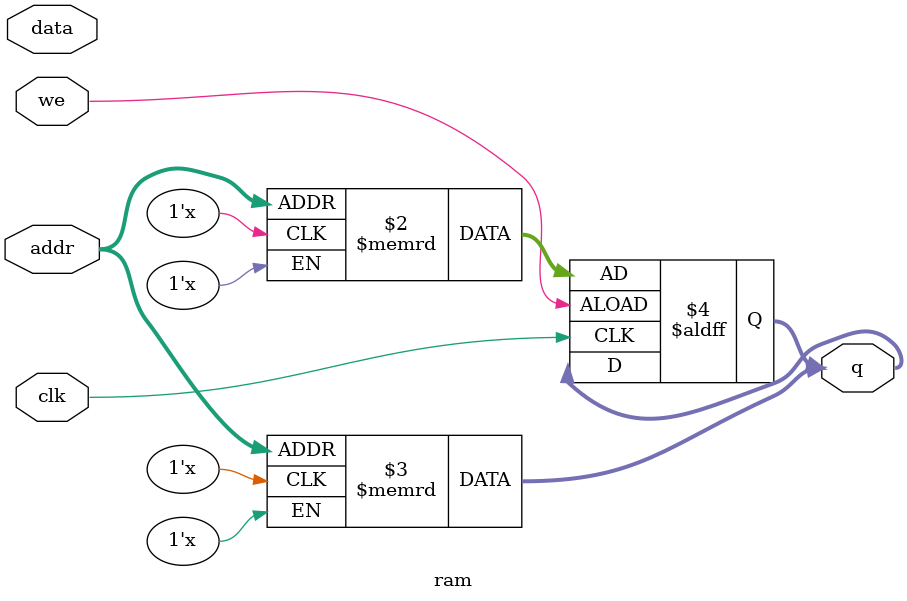
<source format=v>
module ram #(
    parameter ADDR_WIDTH=6,
    parameter DATA_WIDTH=8
) (
    input [DATA_WIDTH-1:0] data,
    input [ADDR_WIDTH-1:0] addr,
    input we, clk,
    output [7:0] q
);
reg [DATA_WIDTH-1:0] ram[2**ADDR_WIDTH-1:0];
// when we is high, write data to ram at address addr
// assign the ram value at address addr to q
always @(posedge clk or posedge we) begin
    if (we) begin
        q <= ram[addr];
    end
end
assign q = ram[addr];
endmodule

</source>
